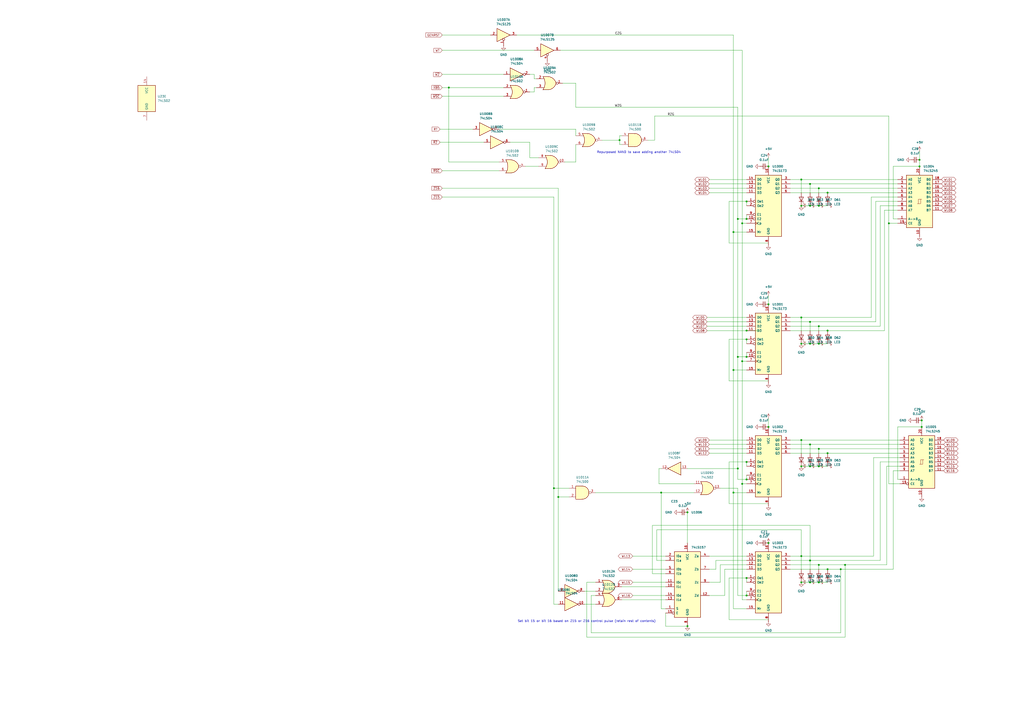
<source format=kicad_sch>
(kicad_sch (version 20231120) (generator "eeschema") (generator_version "8.0")
  (paper "A2")
  (lib_symbols
    (symbol "74xx:74HCT04"
      (property "Reference" "U" (at 0 1.27 0))
      (property "Value" "74HCT04" (at 0 -1.27 0))
      (symbol "74HCT04_1_0"
        (pin input line (at -7.62 0 0) (length 3.81) (name "~") (number "1"))
        (pin output inverted (at 7.62 0 180) (length 3.81) (name "~") (number "2"))
      )
      (symbol "74HCT04_2_0"
        (pin input line (at -7.62 0 0) (length 3.81) (name "~") (number "3"))
        (pin output inverted (at 7.62 0 180) (length 3.81) (name "~") (number "4"))
      )
      (symbol "74HCT04_3_0"
        (pin input line (at -7.62 0 0) (length 3.81) (name "~") (number "5"))
        (pin output inverted (at 7.62 0 180) (length 3.81) (name "~") (number "6"))
      )
      (symbol "74HCT04_4_0"
        (pin output inverted (at 7.62 0 180) (length 3.81) (name "~") (number "8"))
        (pin input line (at -7.62 0 0) (length 3.81) (name "~") (number "9"))
      )
      (symbol "74HCT04_5_0"
        (pin output inverted (at 7.62 0 180) (length 3.81) (name "~") (number "10"))
        (pin input line (at -7.62 0 0) (length 3.81) (name "~") (number "11"))
      )
      (symbol "74HCT04_6_0"
        (pin output inverted (at 7.62 0 180) (length 3.81) (name "~") (number "12"))
        (pin input line (at -7.62 0 0) (length 3.81) (name "~") (number "13"))
      )
      (symbol "74HCT04_7_0"
        (pin power_in line (at 0 12.7 270) (length 5.08) (name "VCC") (number "14"))
        (pin power_in line (at 0 -12.7 90) (length 5.08) (name "GND") (number "7"))
      )
    )
    (symbol "74xx:74LS00" (pin_names (offset 1.016))
      (property "Reference" "U" (at 0 1.27 0))
      (property "Value" "74LS00" (at 0 -1.27 0))
      (symbol "74LS00_1_1"
        (pin input line (at -7.62 2.54 0) (length 3.81) (name "~") (number "1"))
        (pin input line (at -7.62 -2.54 0) (length 3.81) (name "~") (number "2"))
        (pin output inverted (at 7.62 0 180) (length 3.81) (name "~") (number "3"))
      )
      (symbol "74LS00_1_2"
        (pin input inverted (at -7.62 2.54 0) (length 4.318) (name "~") (number "1"))
        (pin input inverted (at -7.62 -2.54 0) (length 4.318) (name "~") (number "2"))
        (pin output line (at 7.62 0 180) (length 3.81) (name "~") (number "3"))
      )
      (symbol "74LS00_2_1"
        (pin input line (at -7.62 2.54 0) (length 3.81) (name "~") (number "4"))
        (pin input line (at -7.62 -2.54 0) (length 3.81) (name "~") (number "5"))
        (pin output inverted (at 7.62 0 180) (length 3.81) (name "~") (number "6"))
      )
      (symbol "74LS00_2_2"
        (pin input inverted (at -7.62 2.54 0) (length 4.318) (name "~") (number "4"))
        (pin input inverted (at -7.62 -2.54 0) (length 4.318) (name "~") (number "5"))
        (pin output line (at 7.62 0 180) (length 3.81) (name "~") (number "6"))
      )
      (symbol "74LS00_3_1"
        (pin input line (at -7.62 -2.54 0) (length 3.81) (name "~") (number "10"))
        (pin output inverted (at 7.62 0 180) (length 3.81) (name "~") (number "8"))
        (pin input line (at -7.62 2.54 0) (length 3.81) (name "~") (number "9"))
      )
      (symbol "74LS00_3_2"
        (pin input inverted (at -7.62 -2.54 0) (length 4.318) (name "~") (number "10"))
        (pin output line (at 7.62 0 180) (length 3.81) (name "~") (number "8"))
        (pin input inverted (at -7.62 2.54 0) (length 4.318) (name "~") (number "9"))
      )
      (symbol "74LS00_4_1"
        (pin output inverted (at 7.62 0 180) (length 3.81) (name "~") (number "11"))
        (pin input line (at -7.62 2.54 0) (length 3.81) (name "~") (number "12"))
        (pin input line (at -7.62 -2.54 0) (length 3.81) (name "~") (number "13"))
      )
      (symbol "74LS00_4_2"
        (pin output line (at 7.62 0 180) (length 3.81) (name "~") (number "11"))
        (pin input inverted (at -7.62 2.54 0) (length 4.318) (name "~") (number "12"))
        (pin input inverted (at -7.62 -2.54 0) (length 4.318) (name "~") (number "13"))
      )
      (symbol "74LS00_5_0"
        (pin power_in line (at 0 12.7 270) (length 5.08) (name "VCC") (number "14"))
        (pin power_in line (at 0 -12.7 90) (length 5.08) (name "GND") (number "7"))
      )
    )
    (symbol "74xx:74LS02" (pin_names (offset 1.016))
      (property "Reference" "U" (at 0 1.27 0))
      (property "Value" "74LS02" (at 0 -1.27 0))
      (symbol "74LS02_1_1"
        (pin output inverted (at 7.62 0 180) (length 3.81) (name "~") (number "1"))
        (pin input line (at -7.62 2.54 0) (length 4.318) (name "~") (number "2"))
        (pin input line (at -7.62 -2.54 0) (length 4.318) (name "~") (number "3"))
      )
      (symbol "74LS02_1_2"
        (pin output line (at 7.62 0 180) (length 3.81) (name "~") (number "1"))
        (pin input inverted (at -7.62 2.54 0) (length 3.81) (name "~") (number "2"))
        (pin input inverted (at -7.62 -2.54 0) (length 3.81) (name "~") (number "3"))
      )
      (symbol "74LS02_2_1"
        (pin output inverted (at 7.62 0 180) (length 3.81) (name "~") (number "4"))
        (pin input line (at -7.62 2.54 0) (length 4.318) (name "~") (number "5"))
        (pin input line (at -7.62 -2.54 0) (length 4.318) (name "~") (number "6"))
      )
      (symbol "74LS02_2_2"
        (pin output line (at 7.62 0 180) (length 3.81) (name "~") (number "4"))
        (pin input inverted (at -7.62 2.54 0) (length 3.81) (name "~") (number "5"))
        (pin input inverted (at -7.62 -2.54 0) (length 3.81) (name "~") (number "6"))
      )
      (symbol "74LS02_3_1"
        (pin output inverted (at 7.62 0 180) (length 3.81) (name "~") (number "10"))
        (pin input line (at -7.62 2.54 0) (length 4.318) (name "~") (number "8"))
        (pin input line (at -7.62 -2.54 0) (length 4.318) (name "~") (number "9"))
      )
      (symbol "74LS02_3_2"
        (pin output line (at 7.62 0 180) (length 3.81) (name "~") (number "10"))
        (pin input inverted (at -7.62 2.54 0) (length 3.81) (name "~") (number "8"))
        (pin input inverted (at -7.62 -2.54 0) (length 3.81) (name "~") (number "9"))
      )
      (symbol "74LS02_4_1"
        (pin input line (at -7.62 2.54 0) (length 4.318) (name "~") (number "11"))
        (pin input line (at -7.62 -2.54 0) (length 4.318) (name "~") (number "12"))
        (pin output inverted (at 7.62 0 180) (length 3.81) (name "~") (number "13"))
      )
      (symbol "74LS02_4_2"
        (pin input inverted (at -7.62 2.54 0) (length 3.81) (name "~") (number "11"))
        (pin input inverted (at -7.62 -2.54 0) (length 3.81) (name "~") (number "12"))
        (pin output line (at 7.62 0 180) (length 3.81) (name "~") (number "13"))
      )
      (symbol "74LS02_5_0"
        (pin power_in line (at 0 12.7 270) (length 5.08) (name "VCC") (number "14"))
        (pin power_in line (at 0 -12.7 90) (length 5.08) (name "GND") (number "7"))
      )
    )
    (symbol "74xx:74LS125" (pin_names (offset 1.016))
      (property "Reference" "U" (at 0 1.27 0))
      (property "Value" "74LS125" (at 0 -1.27 0))
      (symbol "74LS125_1_0"
        (pin input inverted (at 0 -6.35 90) (length 4.445) (name "~") (number "1"))
        (pin input line (at -7.62 0 0) (length 3.81) (name "~") (number "2"))
        (pin tri_state line (at 7.62 0 180) (length 3.81) (name "~") (number "3"))
      )
      (symbol "74LS125_2_0"
        (pin input inverted (at 0 -6.35 90) (length 4.445) (name "~") (number "4"))
        (pin input line (at -7.62 0 0) (length 3.81) (name "~") (number "5"))
        (pin tri_state line (at 7.62 0 180) (length 3.81) (name "~") (number "6"))
      )
      (symbol "74LS125_3_0"
        (pin input inverted (at 0 -6.35 90) (length 4.445) (name "~") (number "10"))
        (pin tri_state line (at 7.62 0 180) (length 3.81) (name "~") (number "8"))
        (pin input line (at -7.62 0 0) (length 3.81) (name "~") (number "9"))
      )
      (symbol "74LS125_4_0"
        (pin tri_state line (at 7.62 0 180) (length 3.81) (name "~") (number "11"))
        (pin input line (at -7.62 0 0) (length 3.81) (name "~") (number "12"))
        (pin input inverted (at 0 -6.35 90) (length 4.445) (name "~") (number "13"))
      )
      (symbol "74LS125_5_0"
        (pin power_in line (at 0 12.7 270) (length 5.08) (name "VCC") (number "14"))
        (pin power_in line (at 0 -12.7 90) (length 5.08) (name "GND") (number "7"))
      )
    )
    (symbol "74xx:74LS157" (pin_names (offset 1.016))
      (property "Reference" "U" (at -7.62 19.05 0))
      (property "Value" "74LS157" (at -7.62 -21.59 0))
      (symbol "74LS157_1_0"
        (pin input line (at -12.7 -15.24 0) (length 5.08) (name "S") (number "1"))
        (pin input line (at -12.7 -2.54 0) (length 5.08) (name "I1c") (number "10"))
        (pin input line (at -12.7 0 0) (length 5.08) (name "I0c") (number "11"))
        (pin output line (at 12.7 -7.62 180) (length 5.08) (name "Zd") (number "12"))
        (pin input line (at -12.7 -10.16 0) (length 5.08) (name "I1d") (number "13"))
        (pin input line (at -12.7 -7.62 0) (length 5.08) (name "I0d") (number "14"))
        (pin input inverted (at -12.7 -17.78 0) (length 5.08) (name "E") (number "15"))
        (pin power_in line (at 0 22.86 270) (length 5.08) (name "VCC") (number "16"))
        (pin input line (at -12.7 15.24 0) (length 5.08) (name "I0a") (number "2"))
        (pin input line (at -12.7 12.7 0) (length 5.08) (name "I1a") (number "3"))
        (pin output line (at 12.7 15.24 180) (length 5.08) (name "Za") (number "4"))
        (pin input line (at -12.7 7.62 0) (length 5.08) (name "I0b") (number "5"))
        (pin input line (at -12.7 5.08 0) (length 5.08) (name "I1b") (number "6"))
        (pin output line (at 12.7 7.62 180) (length 5.08) (name "Zb") (number "7"))
        (pin power_in line (at 0 -25.4 90) (length 5.08) (name "GND") (number "8"))
        (pin output line (at 12.7 0 180) (length 5.08) (name "Zc") (number "9"))
      )
    )
    (symbol "74xx:74LS173" (pin_names (offset 1.016))
      (property "Reference" "U" (at -7.62 19.05 0))
      (property "Value" "74LS173" (at -7.62 -19.05 0))
      (symbol "74LS173_1_0"
        (pin input inverted (at -12.7 2.54 0) (length 5.08) (name "Oe1") (number "1"))
        (pin input inverted (at -12.7 -7.62 0) (length 5.08) (name "E2") (number "10"))
        (pin input line (at -12.7 7.62 0) (length 5.08) (name "D3") (number "11"))
        (pin input line (at -12.7 10.16 0) (length 5.08) (name "D2") (number "12"))
        (pin input line (at -12.7 12.7 0) (length 5.08) (name "D1") (number "13"))
        (pin input line (at -12.7 15.24 0) (length 5.08) (name "D0") (number "14"))
        (pin input line (at -12.7 -15.24 0) (length 5.08) (name "Mr") (number "15"))
        (pin power_in line (at 0 22.86 270) (length 5.08) (name "VCC") (number "16"))
        (pin input inverted (at -12.7 0 0) (length 5.08) (name "Oe2") (number "2"))
        (pin tri_state line (at 12.7 15.24 180) (length 5.08) (name "Q0") (number "3"))
        (pin tri_state line (at 12.7 12.7 180) (length 5.08) (name "Q1") (number "4"))
        (pin tri_state line (at 12.7 10.16 180) (length 5.08) (name "Q2") (number "5"))
        (pin tri_state line (at 12.7 7.62 180) (length 5.08) (name "Q3") (number "6"))
        (pin input clock (at -12.7 -10.16 0) (length 5.08) (name "Cp") (number "7"))
        (pin power_in line (at 0 -22.86 90) (length 5.08) (name "GND") (number "8"))
        (pin input inverted (at -12.7 -5.08 0) (length 5.08) (name "E1") (number "9"))
      )
    )
    (symbol "74xx:74LS245" (pin_names (offset 1.016))
      (property "Reference" "U" (at -7.62 16.51 0))
      (property "Value" "74LS245" (at -7.62 -16.51 0))
      (symbol "74LS245_1_0"
        (pin input line (at -12.7 -10.16 0) (length 5.08) (name "A->B") (number "1"))
        (pin power_in line (at 0 -20.32 90) (length 5.08) (name "GND") (number "10"))
        (pin tri_state line (at 12.7 -5.08 180) (length 5.08) (name "B7") (number "11"))
        (pin tri_state line (at 12.7 -2.54 180) (length 5.08) (name "B6") (number "12"))
        (pin tri_state line (at 12.7 0 180) (length 5.08) (name "B5") (number "13"))
        (pin tri_state line (at 12.7 2.54 180) (length 5.08) (name "B4") (number "14"))
        (pin tri_state line (at 12.7 5.08 180) (length 5.08) (name "B3") (number "15"))
        (pin tri_state line (at 12.7 7.62 180) (length 5.08) (name "B2") (number "16"))
        (pin tri_state line (at 12.7 10.16 180) (length 5.08) (name "B1") (number "17"))
        (pin tri_state line (at 12.7 12.7 180) (length 5.08) (name "B0") (number "18"))
        (pin input inverted (at -12.7 -12.7 0) (length 5.08) (name "CE") (number "19"))
        (pin tri_state line (at -12.7 12.7 0) (length 5.08) (name "A0") (number "2"))
        (pin power_in line (at 0 20.32 270) (length 5.08) (name "VCC") (number "20"))
        (pin tri_state line (at -12.7 10.16 0) (length 5.08) (name "A1") (number "3"))
        (pin tri_state line (at -12.7 7.62 0) (length 5.08) (name "A2") (number "4"))
        (pin tri_state line (at -12.7 5.08 0) (length 5.08) (name "A3") (number "5"))
        (pin tri_state line (at -12.7 2.54 0) (length 5.08) (name "A4") (number "6"))
        (pin tri_state line (at -12.7 0 0) (length 5.08) (name "A5") (number "7"))
        (pin tri_state line (at -12.7 -2.54 0) (length 5.08) (name "A6") (number "8"))
        (pin tri_state line (at -12.7 -5.08 0) (length 5.08) (name "A7") (number "9"))
      )
    )
    (symbol "74xx:74LS32" (pin_names (offset 1.016))
      (property "Reference" "U" (at 0 1.27 0))
      (property "Value" "74LS32" (at 0 -1.27 0))
      (symbol "74LS32_1_1"
        (pin input line (at -7.62 2.54 0) (length 4.318) (name "~") (number "1"))
        (pin input line (at -7.62 -2.54 0) (length 4.318) (name "~") (number "2"))
        (pin output line (at 7.62 0 180) (length 3.81) (name "~") (number "3"))
      )
      (symbol "74LS32_1_2"
        (pin input inverted (at -7.62 2.54 0) (length 3.81) (name "~") (number "1"))
        (pin input inverted (at -7.62 -2.54 0) (length 3.81) (name "~") (number "2"))
        (pin output inverted (at 7.62 0 180) (length 3.81) (name "~") (number "3"))
      )
      (symbol "74LS32_2_1"
        (pin input line (at -7.62 2.54 0) (length 4.318) (name "~") (number "4"))
        (pin input line (at -7.62 -2.54 0) (length 4.318) (name "~") (number "5"))
        (pin output line (at 7.62 0 180) (length 3.81) (name "~") (number "6"))
      )
      (symbol "74LS32_2_2"
        (pin input inverted (at -7.62 2.54 0) (length 3.81) (name "~") (number "4"))
        (pin input inverted (at -7.62 -2.54 0) (length 3.81) (name "~") (number "5"))
        (pin output inverted (at 7.62 0 180) (length 3.81) (name "~") (number "6"))
      )
      (symbol "74LS32_3_1"
        (pin input line (at -7.62 -2.54 0) (length 4.318) (name "~") (number "10"))
        (pin output line (at 7.62 0 180) (length 3.81) (name "~") (number "8"))
        (pin input line (at -7.62 2.54 0) (length 4.318) (name "~") (number "9"))
      )
      (symbol "74LS32_3_2"
        (pin input inverted (at -7.62 -2.54 0) (length 3.81) (name "~") (number "10"))
        (pin output inverted (at 7.62 0 180) (length 3.81) (name "~") (number "8"))
        (pin input inverted (at -7.62 2.54 0) (length 3.81) (name "~") (number "9"))
      )
      (symbol "74LS32_4_1"
        (pin output line (at 7.62 0 180) (length 3.81) (name "~") (number "11"))
        (pin input line (at -7.62 2.54 0) (length 4.318) (name "~") (number "12"))
        (pin input line (at -7.62 -2.54 0) (length 4.318) (name "~") (number "13"))
      )
      (symbol "74LS32_4_2"
        (pin output inverted (at 7.62 0 180) (length 3.81) (name "~") (number "11"))
        (pin input inverted (at -7.62 2.54 0) (length 3.81) (name "~") (number "12"))
        (pin input inverted (at -7.62 -2.54 0) (length 3.81) (name "~") (number "13"))
      )
      (symbol "74LS32_5_0"
        (pin power_in line (at 0 12.7 270) (length 5.08) (name "VCC") (number "14"))
        (pin power_in line (at 0 -12.7 90) (length 5.08) (name "GND") (number "7"))
      )
    )
    (symbol "Device:C_Small" (pin_numbers hide) (pin_names (offset 0.254) hide)
      (property "Reference" "C" (at 0.254 1.778 0))
      (property "Value" "C_Small" (at 0.254 -2.032 0))
      (symbol "C_Small_1_1"
        (pin passive line (at 0 2.54 270) (length 2.032) (name "~") (number "1"))
        (pin passive line (at 0 -2.54 90) (length 2.032) (name "~") (number "2"))
      )
    )
    (symbol "Device:LED" (pin_numbers hide) (pin_names (offset 1.016) hide)
      (property "Reference" "D" (at 0 2.54 0))
      (property "Value" "LED" (at 0 -2.54 0))
      (symbol "LED_1_1"
        (pin passive line (at -3.81 0 0) (length 2.54) (name "K") (number "1"))
        (pin passive line (at 3.81 0 180) (length 2.54) (name "A") (number "2"))
      )
    )
    (symbol "power:+5V" (power) (pin_numbers hide) (pin_names (offset 0) hide)
      (property "Value" "+5V" (at 0 3.556 0))
      (symbol "+5V_1_1"
        (pin power_in line (at 0 0 90) (length 0) (name "~") (number "1"))
      )
    )
    (symbol "power:GND" (power) (pin_numbers hide) (pin_names (offset 0) hide)
      (property "Value" "GND" (at 0 -3.81 0))
      (symbol "GND_1_1"
        (pin power_in line (at 0 0 270) (length 0) (name "~") (number "1"))
      )
    )
  )
  (junction (at 469.9 106.68))
  (junction (at 427.99 271.78))
  (junction (at 480.06 262.89))
  (junction (at 445.77 314.96))
  (junction (at 260.35 50.8))
  (junction (at 430.53 129.54))
  (junction (at 321.31 283.21))
  (junction (at 433.07 345.44))
  (junction (at 430.53 280.67))
  (junction (at 480.06 330.2))
  (junction (at 469.9 186.69))
  (junction (at 433.07 278.13))
  (junction (at 469.9 257.81))
  (junction (at 433.07 207.01))
  (junction (at 469.9 337.82))
  (junction (at 533.4 92.71))
  (junction (at 469.9 270.51))
  (junction (at 425.45 214.63))
  (junction (at 474.98 327.66))
  (junction (at 445.77 247.65))
  (junction (at 474.98 260.35))
  (junction (at 464.82 119.38))
  (junction (at 433.07 127))
  (junction (at 474.98 337.82))
  (junction (at 515.62 129.54))
  (junction (at 533.4 96.52))
  (junction (at 433.07 267.97))
  (junction (at 464.82 270.51))
  (junction (at 433.07 191.77))
  (junction (at 474.98 189.23))
  (junction (at 474.98 119.38))
  (junction (at 464.82 104.14))
  (junction (at 445.77 176.53))
  (junction (at 480.06 191.77))
  (junction (at 398.78 363.22))
  (junction (at 464.82 184.15))
  (junction (at 490.22 327.66))
  (junction (at 480.06 111.76))
  (junction (at 445.77 96.52))
  (junction (at 474.98 270.51))
  (junction (at 359.41 81.28))
  (junction (at 425.45 285.75))
  (junction (at 487.68 330.2))
  (junction (at 474.98 109.22))
  (junction (at 534.67 243.84))
  (junction (at 383.54 285.75))
  (junction (at 469.9 119.38))
  (junction (at 469.9 325.12))
  (junction (at 433.07 196.85))
  (junction (at 464.82 322.58))
  (junction (at 427.99 127))
  (junction (at 427.99 207.01))
  (junction (at 464.82 199.39))
  (junction (at 433.07 335.28))
  (junction (at 425.45 134.62))
  (junction (at 534.67 247.65))
  (junction (at 474.98 199.39))
  (junction (at 430.53 209.55))
  (junction (at 398.78 297.18))
  (junction (at 433.07 116.84))
  (junction (at 323.85 288.29))
  (junction (at 464.82 337.82))
  (junction (at 464.82 255.27))
  (junction (at 469.9 199.39))
  (wire (pts (xy 480.06 262.89) (xy 521.97 262.89)))
  (wire (pts (xy 260.35 50.8) (xy 260.35 93.98)))
  (wire (pts (xy 464.82 184.15) (xy 464.82 191.77)))
  (wire (pts (xy 480.06 330.2) (xy 487.68 330.2)))
  (wire (pts (xy 410.21 184.15) (xy 433.07 184.15)))
  (wire (pts (xy 469.9 270.51) (xy 474.98 270.51)))
  (wire (pts (xy 340.36 337.82) (xy 340.36 369.57)))
  (wire (pts (xy 518.16 273.05) (xy 518.16 330.2)))
  (wire (pts (xy 464.82 104.14) (xy 520.7 104.14)))
  (wire (pts (xy 458.47 191.77) (xy 480.06 191.77)))
  (wire (pts (xy 505.46 114.3) (xy 520.7 114.3)))
  (wire (pts (xy 256.54 43.18) (xy 292.1 43.18)))
  (wire (pts (xy 379.73 67.31) (xy 515.62 67.31)))
  (wire (pts (xy 514.35 270.51) (xy 514.35 327.66)))
  (wire (pts (xy 510.54 189.23) (xy 510.54 119.38)))
  (wire (pts (xy 445.77 171.45) (xy 445.77 176.53)))
  (wire (pts (xy 398.78 271.78) (xy 427.99 271.78)))
  (wire (pts (xy 458.47 257.81) (xy 469.9 257.81)))
  (wire (pts (xy 508 116.84) (xy 508 186.69)))
  (wire (pts (xy 422.91 220.98) (xy 422.91 196.85)))
  (wire (pts (xy 458.47 189.23) (xy 474.98 189.23)))
  (wire (pts (xy 474.98 189.23) (xy 510.54 189.23)))
  (wire (pts (xy 382.27 271.78) (xy 383.54 271.78)))
  (wire (pts (xy 427.99 345.44) (xy 433.07 345.44)))
  (wire (pts (xy 367.03 330.2) (xy 386.08 330.2)))
  (wire (pts (xy 379.73 81.28) (xy 375.92 81.28)))
  (wire (pts (xy 398.78 297.18) (xy 398.78 314.96)))
  (wire (pts (xy 427.99 278.13) (xy 433.07 278.13)))
  (wire (pts (xy 520.7 247.65) (xy 534.67 247.65)))
  (wire (pts (xy 359.41 78.74) (xy 359.41 81.28)))
  (wire (pts (xy 487.68 330.2) (xy 518.16 330.2)))
  (wire (pts (xy 510.54 267.97) (xy 510.54 325.12)))
  (wire (pts (xy 445.77 220.98) (xy 422.91 220.98)))
  (wire (pts (xy 379.73 67.31) (xy 379.73 81.28)))
  (wire (pts (xy 520.7 129.54) (xy 515.62 129.54)))
  (wire (pts (xy 510.54 119.38) (xy 520.7 119.38)))
  (wire (pts (xy 422.91 335.28) (xy 433.07 335.28)))
  (wire (pts (xy 469.9 257.81) (xy 469.9 262.89)))
  (wire (pts (xy 474.98 327.66) (xy 490.22 327.66)))
  (wire (pts (xy 464.82 322.58) (xy 464.82 330.2)))
  (wire (pts (xy 427.99 127) (xy 433.07 127)))
  (wire (pts (xy 334.01 83.82) (xy 334.01 93.98)))
  (wire (pts (xy 410.21 186.69) (xy 433.07 186.69)))
  (wire (pts (xy 433.07 353.06) (xy 425.45 353.06)))
  (wire (pts (xy 464.82 307.34) (xy 381 307.34)))
  (wire (pts (xy 307.34 82.55) (xy 307.34 91.44)))
  (wire (pts (xy 378.46 332.74) (xy 378.46 304.8)))
  (wire (pts (xy 427.99 283.21) (xy 427.99 345.44)))
  (wire (pts (xy 487.68 367.03) (xy 342.9 367.03)))
  (wire (pts (xy 474.98 119.38) (xy 480.06 119.38)))
  (wire (pts (xy 411.48 106.68) (xy 433.07 106.68)))
  (wire (pts (xy 321.31 283.21) (xy 330.2 283.21)))
  (wire (pts (xy 309.88 53.34) (xy 307.34 53.34)))
  (wire (pts (xy 256.54 114.3) (xy 321.31 114.3)))
  (wire (pts (xy 515.62 129.54) (xy 515.62 280.67)))
  (wire (pts (xy 474.98 327.66) (xy 474.98 330.2)))
  (wire (pts (xy 383.54 353.06) (xy 386.08 353.06)))
  (wire (pts (xy 411.48 330.2) (xy 415.29 330.2)))
  (wire (pts (xy 422.91 196.85) (xy 433.07 196.85)))
  (wire (pts (xy 312.42 91.44) (xy 307.34 91.44)))
  (wire (pts (xy 427.99 207.01) (xy 433.07 207.01)))
  (wire (pts (xy 474.98 260.35) (xy 474.98 262.89)))
  (wire (pts (xy 464.82 322.58) (xy 506.73 322.58)))
  (wire (pts (xy 464.82 104.14) (xy 464.82 111.76)))
  (wire (pts (xy 518.16 127) (xy 518.16 96.52)))
  (wire (pts (xy 382.27 280.67) (xy 402.59 280.67)))
  (wire (pts (xy 458.47 262.89) (xy 480.06 262.89)))
  (wire (pts (xy 345.44 285.75) (xy 383.54 285.75)))
  (wire (pts (xy 520.7 127) (xy 518.16 127)))
  (wire (pts (xy 382.27 280.67) (xy 382.27 271.78)))
  (wire (pts (xy 323.85 109.22) (xy 323.85 288.29)))
  (wire (pts (xy 411.48 260.35) (xy 433.07 260.35)))
  (wire (pts (xy 342.9 345.44) (xy 345.44 345.44)))
  (wire (pts (xy 425.45 285.75) (xy 425.45 353.06)))
  (wire (pts (xy 311.15 45.72) (xy 309.88 45.72)))
  (wire (pts (xy 520.7 116.84) (xy 508 116.84)))
  (wire (pts (xy 411.48 262.89) (xy 433.07 262.89)))
  (wire (pts (xy 490.22 327.66) (xy 490.22 369.57)))
  (wire (pts (xy 383.54 285.75) (xy 402.59 285.75)))
  (wire (pts (xy 289.56 74.93) (xy 334.01 74.93)))
  (wire (pts (xy 506.73 265.43) (xy 521.97 265.43)))
  (wire (pts (xy 510.54 267.97) (xy 521.97 267.97)))
  (wire (pts (xy 464.82 337.82) (xy 469.9 337.82)))
  (wire (pts (xy 420.37 345.44) (xy 420.37 330.2)))
  (wire (pts (xy 514.35 270.51) (xy 521.97 270.51)))
  (wire (pts (xy 255.27 74.93) (xy 274.32 74.93)))
  (wire (pts (xy 433.07 124.46) (xy 433.07 127)))
  (wire (pts (xy 464.82 199.39) (xy 469.9 199.39)))
  (wire (pts (xy 422.91 267.97) (xy 433.07 267.97)))
  (wire (pts (xy 367.03 337.82) (xy 386.08 337.82)))
  (wire (pts (xy 458.47 111.76) (xy 480.06 111.76)))
  (wire (pts (xy 422.91 140.97) (xy 422.91 116.84)))
  (wire (pts (xy 323.85 288.29) (xy 330.2 288.29)))
  (wire (pts (xy 469.9 106.68) (xy 520.7 106.68)))
  (wire (pts (xy 321.31 283.21) (xy 321.31 350.52)))
  (wire (pts (xy 359.41 83.82) (xy 360.68 83.82)))
  (wire (pts (xy 260.35 93.98) (xy 289.56 93.98)))
  (wire (pts (xy 430.53 280.67) (xy 430.53 347.98)))
  (wire (pts (xy 425.45 214.63) (xy 425.45 285.75)))
  (wire (pts (xy 256.54 55.88) (xy 292.1 55.88)))
  (wire (pts (xy 458.47 327.66) (xy 474.98 327.66)))
  (wire (pts (xy 474.98 260.35) (xy 521.97 260.35)))
  (wire (pts (xy 309.88 45.72) (xy 309.88 43.18)))
  (wire (pts (xy 515.62 129.54) (xy 515.62 67.31)))
  (wire (pts (xy 469.9 186.69) (xy 508 186.69)))
  (wire (pts (xy 304.8 96.52) (xy 312.42 96.52)))
  (wire (pts (xy 326.39 48.26) (xy 334.01 48.26)))
  (wire (pts (xy 360.68 340.36) (xy 386.08 340.36)))
  (wire (pts (xy 339.09 342.9) (xy 345.44 342.9)))
  (wire (pts (xy 474.98 189.23) (xy 474.98 191.77)))
  (wire (pts (xy 334.01 48.26) (xy 334.01 62.23)))
  (wire (pts (xy 521.97 278.13) (xy 520.7 278.13)))
  (wire (pts (xy 513.08 121.92) (xy 513.08 191.77)))
  (wire (pts (xy 534.67 243.84) (xy 534.67 247.65)))
  (wire (pts (xy 445.77 359.41) (xy 422.91 359.41)))
  (wire (pts (xy 417.83 327.66) (xy 433.07 327.66)))
  (wire (pts (xy 299.72 20.32) (xy 425.45 20.32)))
  (wire (pts (xy 464.82 184.15) (xy 505.46 184.15)))
  (wire (pts (xy 342.9 367.03) (xy 342.9 345.44)))
  (wire (pts (xy 490.22 327.66) (xy 514.35 327.66)))
  (wire (pts (xy 415.29 330.2) (xy 415.29 325.12)))
  (wire (pts (xy 427.99 271.78) (xy 427.99 278.13)))
  (wire (pts (xy 469.9 337.82) (xy 474.98 337.82)))
  (wire (pts (xy 311.15 50.8) (xy 309.88 50.8)))
  (wire (pts (xy 520.7 247.65) (xy 520.7 278.13)))
  (wire (pts (xy 458.47 109.22) (xy 474.98 109.22)))
  (wire (pts (xy 469.9 257.81) (xy 521.97 257.81)))
  (wire (pts (xy 480.06 191.77) (xy 513.08 191.77)))
  (wire (pts (xy 464.82 322.58) (xy 464.82 307.34)))
  (wire (pts (xy 520.7 121.92) (xy 513.08 121.92)))
  (wire (pts (xy 433.07 214.63) (xy 425.45 214.63)))
  (wire (pts (xy 464.82 270.51) (xy 469.9 270.51)))
  (wire (pts (xy 469.9 106.68) (xy 469.9 111.76)))
  (wire (pts (xy 430.53 209.55) (xy 430.53 280.67)))
  (wire (pts (xy 474.98 270.51) (xy 480.06 270.51)))
  (wire (pts (xy 422.91 359.41) (xy 422.91 335.28)))
  (wire (pts (xy 430.53 209.55) (xy 433.07 209.55)))
  (wire (pts (xy 533.4 87.63) (xy 533.4 92.71)))
  (wire (pts (xy 323.85 109.22) (xy 256.54 109.22)))
  (wire (pts (xy 378.46 304.8) (xy 469.9 304.8)))
  (wire (pts (xy 411.48 109.22) (xy 433.07 109.22)))
  (wire (pts (xy 474.98 337.82) (xy 480.06 337.82)))
  (wire (pts (xy 427.99 127) (xy 427.99 207.01)))
  (wire (pts (xy 515.62 280.67) (xy 521.97 280.67)))
  (wire (pts (xy 458.47 186.69) (xy 469.9 186.69)))
  (wire (pts (xy 321.31 114.3) (xy 321.31 283.21)))
  (wire (pts (xy 469.9 304.8) (xy 469.9 325.12)))
  (wire (pts (xy 256.54 29.21) (xy 309.88 29.21)))
  (wire (pts (xy 464.82 255.27) (xy 464.82 262.89)))
  (wire (pts (xy 533.4 92.71) (xy 533.4 96.52)))
  (wire (pts (xy 256.54 20.32) (xy 284.48 20.32)))
  (wire (pts (xy 445.77 242.57) (xy 445.77 247.65)))
  (wire (pts (xy 411.48 111.76) (xy 433.07 111.76)))
  (wire (pts (xy 386.08 332.74) (xy 378.46 332.74)))
  (wire (pts (xy 411.48 104.14) (xy 433.07 104.14)))
  (wire (pts (xy 433.07 342.9) (xy 433.07 345.44)))
  (wire (pts (xy 321.31 350.52) (xy 323.85 350.52)))
  (wire (pts (xy 386.08 355.6) (xy 386.08 363.22)))
  (wire (pts (xy 256.54 99.06) (xy 289.56 99.06)))
  (wire (pts (xy 458.47 330.2) (xy 480.06 330.2)))
  (wire (pts (xy 334.01 62.23) (xy 427.99 62.23)))
  (wire (pts (xy 433.07 204.47) (xy 433.07 207.01)))
  (wire (pts (xy 359.41 81.28) (xy 359.41 83.82)))
  (wire (pts (xy 464.82 119.38) (xy 469.9 119.38)))
  (wire (pts (xy 506.73 265.43) (xy 506.73 322.58)))
  (wire (pts (xy 256.54 50.8) (xy 260.35 50.8)))
  (wire (pts (xy 415.29 325.12) (xy 433.07 325.12)))
  (wire (pts (xy 386.08 363.22) (xy 398.78 363.22)))
  (wire (pts (xy 309.88 50.8) (xy 309.88 53.34)))
  (wire (pts (xy 518.16 96.52) (xy 533.4 96.52)))
  (wire (pts (xy 345.44 337.82) (xy 340.36 337.82)))
  (wire (pts (xy 425.45 134.62) (xy 425.45 214.63)))
  (wire (pts (xy 458.47 260.35) (xy 474.98 260.35)))
  (wire (pts (xy 360.68 78.74) (xy 359.41 78.74)))
  (wire (pts (xy 469.9 325.12) (xy 469.9 330.2)))
  (wire (pts (xy 445.77 140.97) (xy 422.91 140.97)))
  (wire (pts (xy 383.54 285.75) (xy 383.54 353.06)))
  (wire (pts (xy 458.47 104.14) (xy 464.82 104.14)))
  (wire (pts (xy 458.47 325.12) (xy 469.9 325.12)))
  (wire (pts (xy 381 307.34) (xy 381 325.12)))
  (wire (pts (xy 433.07 280.67) (xy 430.53 280.67)))
  (wire (pts (xy 410.21 189.23) (xy 433.07 189.23)))
  (wire (pts (xy 427.99 62.23) (xy 427.99 127)))
  (wire (pts (xy 505.46 184.15) (xy 505.46 114.3)))
  (wire (pts (xy 445.77 292.1) (xy 422.91 292.1)))
  (wire (pts (xy 469.9 119.38) (xy 474.98 119.38)))
  (wire (pts (xy 422.91 292.1) (xy 422.91 267.97)))
  (wire (pts (xy 307.34 82.55) (xy 295.91 82.55)))
  (wire (pts (xy 458.47 255.27) (xy 464.82 255.27)))
  (wire (pts (xy 411.48 257.81) (xy 433.07 257.81)))
  (wire (pts (xy 430.53 129.54) (xy 430.53 209.55)))
  (wire (pts (xy 386.08 347.98) (xy 360.68 347.98)))
  (wire (pts (xy 255.27 82.55) (xy 280.67 82.55)))
  (wire (pts (xy 411.48 322.58) (xy 433.07 322.58)))
  (wire (pts (xy 440.69 191.77) (xy 433.07 191.77)))
  (wire (pts (xy 427.99 207.01) (xy 427.99 271.78)))
  (wire (pts (xy 422.91 116.84) (xy 433.07 116.84)))
  (wire (pts (xy 417.83 283.21) (xy 427.99 283.21)))
  (wire (pts (xy 425.45 134.62) (xy 425.45 20.32)))
  (wire (pts (xy 334.01 74.93) (xy 334.01 78.74)))
  (wire (pts (xy 309.88 43.18) (xy 307.34 43.18)))
  (wire (pts (xy 433.07 285.75) (xy 425.45 285.75)))
  (wire (pts (xy 474.98 199.39) (xy 480.06 199.39)))
  (wire (pts (xy 469.9 186.69) (xy 469.9 191.77)))
  (wire (pts (xy 325.12 29.21) (xy 430.53 29.21)))
  (wire (pts (xy 339.09 350.52) (xy 345.44 350.52)))
  (wire (pts (xy 420.37 330.2) (xy 433.07 330.2)))
  (wire (pts (xy 445.77 91.44) (xy 445.77 96.52)))
  (wire (pts (xy 381 325.12) (xy 386.08 325.12)))
  (wire (pts (xy 518.16 273.05) (xy 521.97 273.05)))
  (wire (pts (xy 474.98 109.22) (xy 474.98 111.76)))
  (wire (pts (xy 411.48 255.27) (xy 433.07 255.27)))
  (wire (pts (xy 323.85 288.29) (xy 323.85 342.9)))
  (wire (pts (xy 386.08 322.58) (xy 367.03 322.58)))
  (wire (pts (xy 430.53 29.21) (xy 430.53 129.54)))
  (wire (pts (xy 433.07 267.97) (xy 433.07 270.51)))
  (wire (pts (xy 458.47 184.15) (xy 464.82 184.15)))
  (wire (pts (xy 410.21 191.77) (xy 433.07 191.77)))
  (wire (pts (xy 417.83 337.82) (xy 417.83 327.66)))
  (wire (pts (xy 433.07 116.84) (xy 433.07 119.38)))
  (wire (pts (xy 487.68 330.2) (xy 487.68 367.03)))
  (wire (pts (xy 349.25 81.28) (xy 359.41 81.28)))
  (wire (pts (xy 490.22 369.57) (xy 340.36 369.57)))
  (wire (pts (xy 474.98 109.22) (xy 520.7 109.22)))
  (wire (pts (xy 367.03 345.44) (xy 386.08 345.44)))
  (wire (pts (xy 411.48 337.82) (xy 417.83 337.82)))
  (wire (pts (xy 433.07 196.85) (xy 433.07 199.39)))
  (wire (pts (xy 433.07 134.62) (xy 425.45 134.62)))
  (wire (pts (xy 411.48 345.44) (xy 420.37 345.44)))
  (wire (pts (xy 480.06 111.76) (xy 520.7 111.76)))
  (wire (pts (xy 458.47 106.68) (xy 469.9 106.68)))
  (wire (pts (xy 260.35 50.8) (xy 292.1 50.8)))
  (wire (pts (xy 464.82 255.27) (xy 521.97 255.27)))
  (wire (pts (xy 458.47 322.58) (xy 464.82 322.58)))
  (wire (pts (xy 430.53 347.98) (xy 433.07 347.98)))
  (wire (pts (xy 469.9 325.12) (xy 510.54 325.12)))
  (wire (pts (xy 469.9 199.39) (xy 474.98 199.39)))
  (wire (pts (xy 327.66 93.98) (xy 334.01 93.98)))
  (wire (pts (xy 433.07 275.59) (xy 433.07 278.13)))
  (wire (pts (xy 430.53 129.54) (xy 433.07 129.54)))
  (wire (pts (xy 433.07 335.28) (xy 433.07 337.82)))
  (text "Repurposed NAND to save adding another 74LS04" (at 370.586 88.392 0) (effects (font (size 1.27 1.27))))
  (text "Set bit 15 or bit 16 based on Z15 or Z16 control pulse (retain rest of contents)" (at 340.36 360.426 0) (effects (font (size 1.27 1.27))))
  (label "CZG" (at 360.68 20.32 180))
  (label "WZG" (at 360.68 62.23 180))
  (label "RZG" (at 391.16 67.31 180))
  (global_label "WL04" (shape tri_state) (at 546.1 111.76 0) (property "Intersheetrefs" "${INTERSHEET_REFS}" (effects (hide yes))))
  (global_label "WL03" (shape tri_state) (at 411.48 109.22 180) (property "Intersheetrefs" "${INTERSHEET_REFS}" (effects (hide yes))))
  (global_label "WL09" (shape tri_state) (at 411.48 255.27 180) (property "Intersheetrefs" "${INTERSHEET_REFS}" (effects (hide yes))))
  (global_label "~{WSC}" (shape input) (at 256.54 55.88 180) (property "Intersheetrefs" "${INTERSHEET_REFS}" (effects (hide yes))))
  (global_label "WL07" (shape tri_state) (at 410.21 189.23 180) (property "Intersheetrefs" "${INTERSHEET_REFS}" (effects (hide yes))))
  (global_label "WL16" (shape tri_state) (at 367.03 345.44 180) (property "Intersheetrefs" "${INTERSHEET_REFS}" (effects (hide yes))))
  (global_label "WL13" (shape tri_state) (at 367.03 322.58 180) (property "Intersheetrefs" "${INTERSHEET_REFS}" (effects (hide yes))))
  (global_label "~{Z16}" (shape input) (at 256.54 109.22 180) (property "Intersheetrefs" "${INTERSHEET_REFS}" (effects (hide yes))))
  (global_label "~{RSC}" (shape input) (at 256.54 99.06 180) (property "Intersheetrefs" "${INTERSHEET_REFS}" (effects (hide yes))))
  (global_label "WL08" (shape tri_state) (at 546.1 121.92 0) (property "Intersheetrefs" "${INTERSHEET_REFS}" (effects (hide yes))))
  (global_label "~{WZ}" (shape input) (at 256.54 43.18 180) (property "Intersheetrefs" "${INTERSHEET_REFS}" (effects (hide yes))))
  (global_label "WL15" (shape tri_state) (at 367.03 337.82 180) (property "Intersheetrefs" "${INTERSHEET_REFS}" (effects (hide yes))))
  (global_label "WL01" (shape tri_state) (at 411.48 104.14 180) (property "Intersheetrefs" "${INTERSHEET_REFS}" (effects (hide yes))))
  (global_label "WL07" (shape tri_state) (at 546.1 119.38 0) (property "Intersheetrefs" "${INTERSHEET_REFS}" (effects (hide yes))))
  (global_label "WL06" (shape tri_state) (at 410.21 186.69 180) (property "Intersheetrefs" "${INTERSHEET_REFS}" (effects (hide yes))))
  (global_label "WL05" (shape tri_state) (at 410.21 184.15 180) (property "Intersheetrefs" "${INTERSHEET_REFS}" (effects (hide yes))))
  (global_label "WL13" (shape tri_state) (at 547.37 265.43 0) (property "Intersheetrefs" "${INTERSHEET_REFS}" (effects (hide yes))))
  (global_label "WL06" (shape tri_state) (at 546.1 116.84 0) (property "Intersheetrefs" "${INTERSHEET_REFS}" (effects (hide yes))))
  (global_label "WL01" (shape tri_state) (at 546.1 104.14 0) (property "Intersheetrefs" "${INTERSHEET_REFS}" (effects (hide yes))))
  (global_label "WL14" (shape tri_state) (at 547.37 267.97 0) (property "Intersheetrefs" "${INTERSHEET_REFS}" (effects (hide yes))))
  (global_label "WL05" (shape tri_state) (at 546.1 114.3 0) (property "Intersheetrefs" "${INTERSHEET_REFS}" (effects (hide yes))))
  (global_label "WL10" (shape tri_state) (at 547.37 257.81 0) (property "Intersheetrefs" "${INTERSHEET_REFS}" (effects (hide yes))))
  (global_label "WL02" (shape tri_state) (at 546.1 106.68 0) (property "Intersheetrefs" "${INTERSHEET_REFS}" (effects (hide yes))))
  (global_label "WL08" (shape tri_state) (at 410.21 191.77 180) (property "Intersheetrefs" "${INTERSHEET_REFS}" (effects (hide yes))))
  (global_label "WL11" (shape tri_state) (at 411.48 260.35 180) (property "Intersheetrefs" "${INTERSHEET_REFS}" (effects (hide yes))))
  (global_label "WT" (shape input) (at 256.54 29.21 180) (property "Intersheetrefs" "${INTERSHEET_REFS}" (effects (hide yes))))
  (global_label "WL04" (shape tri_state) (at 411.48 111.76 180) (property "Intersheetrefs" "${INTERSHEET_REFS}" (effects (hide yes))))
  (global_label "WL12" (shape tri_state) (at 411.48 262.89 180) (property "Intersheetrefs" "${INTERSHEET_REFS}" (effects (hide yes))))
  (global_label "WL16" (shape tri_state) (at 547.37 273.05 0) (property "Intersheetrefs" "${INTERSHEET_REFS}" (effects (hide yes))))
  (global_label "WL10" (shape tri_state) (at 411.48 257.81 180) (property "Intersheetrefs" "${INTERSHEET_REFS}" (effects (hide yes))))
  (global_label "GENRST" (shape input) (at 256.54 20.32 180) (property "Intersheetrefs" "${INTERSHEET_REFS}" (effects (hide yes))))
  (global_label "RT" (shape input) (at 255.27 74.93 180) (property "Intersheetrefs" "${INTERSHEET_REFS}" (effects (hide yes))))
  (global_label "WL14" (shape tri_state) (at 367.03 330.2 180) (property "Intersheetrefs" "${INTERSHEET_REFS}" (effects (hide yes))))
  (global_label "~{RZ}" (shape input) (at 255.27 82.55 180) (property "Intersheetrefs" "${INTERSHEET_REFS}" (effects (hide yes))))
  (global_label "WL09" (shape tri_state) (at 547.37 255.27 0) (property "Intersheetrefs" "${INTERSHEET_REFS}" (effects (hide yes))))
  (global_label "WL15" (shape tri_state) (at 547.37 270.51 0) (property "Intersheetrefs" "${INTERSHEET_REFS}" (effects (hide yes))))
  (global_label "WL11" (shape tri_state) (at 547.37 260.35 0) (property "Intersheetrefs" "${INTERSHEET_REFS}" (effects (hide yes))))
  (global_label "~{XB5}" (shape input) (at 256.54 50.8 180) (property "Intersheetrefs" "${INTERSHEET_REFS}" (effects (hide yes))))
  (global_label "WL02" (shape tri_state) (at 411.48 106.68 180) (property "Intersheetrefs" "${INTERSHEET_REFS}" (effects (hide yes))))
  (global_label "~{Z15}" (shape input) (at 256.54 114.3 180) (property "Intersheetrefs" "${INTERSHEET_REFS}" (effects (hide yes))))
  (global_label "WL03" (shape tri_state) (at 546.1 109.22 0) (property "Intersheetrefs" "${INTERSHEET_REFS}" (effects (hide yes))))
  (global_label "WL12" (shape tri_state) (at 547.37 262.89 0) (property "Intersheetrefs" "${INTERSHEET_REFS}" (effects (hide yes))))
  (symbol (lib_id "power:GND") (at 393.7 297.18 270) (unit 1)
    (property "Reference" "#PWR082" (effects (hide yes)))
    (property "Value" "GND" (at 389.89 297.1799 90) (effects (justify right)))
    (property "Description" "Power symbol creates a global label with name \"GND\" , ground" (effects (hide yes)))
  )
  (symbol (lib_id "Device:LED") (at 464.82 195.58 90) (unit 1)
    (property "Reference" "D50" (at 468.63 195.8974 90) (effects (justify right)))
    (property "Value" "LED" (at 468.63 198.4374 90) (effects (justify right)))
    (property "Footprint" "LED_THT:LED_D5.0mm_Horizontal_O6.35mm_Z9.0mm" (effects (hide yes)))
    (property "Description" "Light emitting diode" (effects (hide yes)))
  )
  (symbol (lib_id "Device:LED") (at 469.9 266.7 90) (unit 1)
    (property "Reference" "D55" (at 473.71 267.0174 90) (effects (justify right)))
    (property "Value" "LED" (at 473.71 269.5574 90) (effects (justify right)))
    (property "Footprint" "LED_THT:LED_D5.0mm_Horizontal_O6.35mm_Z9.0mm" (effects (hide yes)))
    (property "Description" "Light emitting diode" (effects (hide yes)))
  )
  (symbol (lib_id "Device:C_Small") (at 443.23 247.65 90) (unit 1)
    (property "Reference" "C26" (at 443.2363 241.3 90))
    (property "Value" "0.1uF" (at 443.2363 243.84 90))
    (property "Footprint" "Capacitor_THT:C_Disc_D5.0mm_W2.5mm_P5.00mm" (effects (hide yes)))
    (property "Description" "Unpolarized capacitor, small symbol" (effects (hide yes)))
  )
  (symbol (lib_id "power:GND") (at 445.77 222.25 0) (unit 1)
    (property "Reference" "#PWR092" (effects (hide yes)))
    (property "Value" "GND" (at 445.77 227.33 0))
    (property "Description" "Power symbol creates a global label with name \"GND\" , ground" (effects (hide yes)))
  )
  (symbol (lib_id "74xx:74LS125") (at 292.1 20.32 0) (unit 1)
    (property "Reference" "U1007" (at 292.1 11.43 0))
    (property "Value" "74LS125" (at 292.1 13.97 0))
    (property "Footprint" "Package_DIP:DIP-14_W7.62mm" (effects (hide yes)))
    (property "Datasheet" "http://www.ti.com/lit/gpn/sn74LS125" (effects (hide yes)))
    (property "Description" "Quad buffer 3-State outputs" (effects (hide yes)))
  )
  (symbol (lib_id "Device:LED") (at 474.98 195.58 90) (unit 1)
    (property "Reference" "D58" (at 478.79 195.8974 90) (effects (justify right)))
    (property "Value" "LED" (at 478.79 198.4374 90) (effects (justify right)))
    (property "Footprint" "LED_THT:LED_D5.0mm_Horizontal_O6.35mm_Z9.0mm" (effects (hide yes)))
    (property "Description" "Light emitting diode" (effects (hide yes)))
  )
  (symbol (lib_id "Device:C_Small") (at 443.23 314.96 90) (unit 1)
    (property "Reference" "C27" (at 443.2363 308.61 90))
    (property "Value" "0.1uF" (at 443.2363 311.15 90))
    (property "Footprint" "Capacitor_THT:C_Disc_D5.0mm_W2.5mm_P5.00mm" (effects (hide yes)))
    (property "Description" "Unpolarized capacitor, small symbol" (effects (hide yes)))
  )
  (symbol (lib_id "74xx:74LS02") (at 318.77 48.26 0) (unit 1)
    (property "Reference" "U1009" (at 318.77 39.37 0))
    (property "Value" "74LS02" (at 318.77 41.91 0))
    (property "Footprint" "Package_DIP:DIP-14_W7.62mm" (effects (hide yes)))
    (property "Datasheet" "http://www.ti.com/lit/gpn/sn74ls02" (effects (hide yes)))
    (property "Description" "quad 2-input NOR gate" (effects (hide yes)))
  )
  (symbol (lib_id "Device:LED") (at 474.98 266.7 90) (unit 1)
    (property "Reference" "D59" (at 478.79 267.0174 90) (effects (justify right)))
    (property "Value" "LED" (at 478.79 269.5574 90) (effects (justify right)))
    (property "Footprint" "LED_THT:LED_D5.0mm_Horizontal_O6.35mm_Z9.0mm" (effects (hide yes)))
    (property "Description" "Light emitting diode" (effects (hide yes)))
  )
  (symbol (lib_id "Device:C_Small") (at 443.23 176.53 90) (unit 1)
    (property "Reference" "C25" (at 443.2363 170.18 90))
    (property "Value" "0.1uF" (at 443.2363 172.72 90))
    (property "Footprint" "Capacitor_THT:C_Disc_D5.0mm_W2.5mm_P5.00mm" (effects (hide yes)))
    (property "Description" "Unpolarized capacitor, small symbol" (effects (hide yes)))
  )
  (symbol (lib_id "74xx:74HCT04") (at 281.94 74.93 0) (unit 2)
    (property "Reference" "U1008" (at 281.94 66.04 0))
    (property "Value" "74LS04" (at 281.94 68.58 0))
    (property "Footprint" "Package_DIP:DIP-14_W7.62mm" (effects (hide yes)))
    (property "Datasheet" "https://assets.nexperia.com/documents/data-sheet/74HC_HCT04.pdf" (effects (hide yes)))
    (property "Description" "Hex Inverter" (effects (hide yes)))
  )
  (symbol (lib_id "74xx:74LS32") (at 353.06 347.98 0) (unit 2)
    (property "Reference" "U1012" (at 353.06 339.09 0))
    (property "Value" "74LS32" (at 353.06 341.63 0))
    (property "Datasheet" "http://www.ti.com/lit/gpn/sn74LS32" (effects (hide yes)))
    (property "Description" "Quad 2-input OR" (effects (hide yes)))
  )
  (symbol (lib_id "74xx:74LS02") (at 320.04 93.98 0) (unit 3)
    (property "Reference" "U1009" (at 320.04 85.09 0))
    (property "Value" "74LS02" (at 320.04 87.63 0))
    (property "Footprint" "Package_DIP:DIP-14_W7.62mm" (effects (hide yes)))
    (property "Datasheet" "http://www.ti.com/lit/gpn/sn74ls02" (effects (hide yes)))
    (property "Description" "quad 2-input NOR gate" (effects (hide yes)))
  )
  (symbol (lib_id "power:GND") (at 445.77 360.68 0) (unit 1)
    (property "Reference" "#PWR096" (effects (hide yes)))
    (property "Value" "GND" (at 445.77 365.76 0))
    (property "Description" "Power symbol creates a global label with name \"GND\" , ground" (effects (hide yes)))
  )
  (symbol (lib_id "power:GND") (at 464.82 270.51 0) (unit 1)
    (property "Reference" "#PWR099" (effects (hide yes)))
    (property "Value" "GND" (at 464.82 275.59 0))
    (property "Description" "Power symbol creates a global label with name \"GND\" , ground" (effects (hide yes)))
  )
  (symbol (lib_id "power:GND") (at 534.67 288.29 0) (unit 1)
    (property "Reference" "#PWR0106" (effects (hide yes)))
    (property "Value" "GND" (at 534.67 293.37 0))
    (property "Description" "Power symbol creates a global label with name \"GND\" , ground" (effects (hide yes)))
  )
  (symbol (lib_id "power:+5V") (at 398.78 297.18 0) (unit 1)
    (property "Reference" "#PWR083" (effects (hide yes)))
    (property "Value" "+5V" (at 398.78 292.1 0))
    (property "Description" "Power symbol creates a global label with name \"+5V\"" (effects (hide yes)))
  )
  (symbol (lib_id "Device:C_Small") (at 396.24 297.18 90) (unit 1)
    (property "Reference" "C23" (at 391.1663 290.83 90))
    (property "Value" "0.1uF" (at 396.2463 293.37 90))
    (property "Footprint" "Capacitor_THT:C_Disc_D5.0mm_W2.5mm_P5.00mm" (effects (hide yes)))
    (property "Description" "Unpolarized capacitor, small symbol" (effects (hide yes)))
  )
  (symbol (lib_id "74xx:74LS02") (at 297.18 96.52 0) (unit 2)
    (property "Reference" "U1010" (at 297.18 87.63 0))
    (property "Value" "74LS02" (at 297.18 90.17 0))
    (property "Footprint" "Package_DIP:DIP-14_W7.62mm" (effects (hide yes)))
    (property "Datasheet" "http://www.ti.com/lit/gpn/sn74ls02" (effects (hide yes)))
    (property "Description" "quad 2-input NOR gate" (effects (hide yes)))
  )
  (symbol (lib_id "74xx:74HCT04") (at 391.16 271.78 180) (unit 6)
    (property "Reference" "U1008" (at 391.16 262.89 0))
    (property "Value" "74LS04" (at 391.16 265.43 0))
    (property "Footprint" "Package_DIP:DIP-14_W7.62mm" (effects (hide yes)))
    (property "Datasheet" "https://assets.nexperia.com/documents/data-sheet/74HC_HCT04.pdf" (effects (hide yes)))
    (property "Description" "Hex Inverter" (effects (hide yes)))
  )
  (symbol (lib_id "Device:LED") (at 469.9 115.57 90) (unit 1)
    (property "Reference" "D53" (at 473.71 115.8874 90) (effects (justify right)))
    (property "Value" "LED" (at 473.71 118.4274 90) (effects (justify right)))
    (property "Footprint" "LED_THT:LED_D5.0mm_Horizontal_O6.35mm_Z9.0mm" (effects (hide yes)))
    (property "Description" "Light emitting diode" (effects (hide yes)))
  )
  (symbol (lib_id "power:+5V") (at 445.77 314.96 0) (unit 1)
    (property "Reference" "#PWR095" (effects (hide yes)))
    (property "Value" "+5V" (at 444.5 309.88 0))
    (property "Description" "Power symbol creates a global label with name \"+5V\"" (effects (hide yes)))
  )
  (symbol (lib_id "Device:LED") (at 474.98 334.01 90) (unit 1)
    (property "Reference" "D60" (at 478.79 334.3274 90) (effects (justify right)))
    (property "Value" "LED" (at 478.79 336.8674 90) (effects (justify right)))
    (property "Footprint" "LED_THT:LED_D5.0mm_Horizontal_O6.35mm_Z9.0mm" (effects (hide yes)))
    (property "Description" "Light emitting diode" (effects (hide yes)))
  )
  (symbol (lib_id "power:+5V") (at 445.77 242.57 0) (unit 1)
    (property "Reference" "#PWR093" (effects (hide yes)))
    (property "Value" "+5V" (effects (hide yes)))
    (property "Description" "Power symbol creates a global label with name \"+5V\"" (effects (hide yes)))
  )
  (symbol (lib_id "power:GND") (at 445.77 142.24 0) (unit 1)
    (property "Reference" "#PWR090" (effects (hide yes)))
    (property "Value" "GND" (at 445.77 147.32 0))
    (property "Description" "Power symbol creates a global label with name \"GND\" , ground" (effects (hide yes)))
  )
  (symbol (lib_id "power:GND") (at 445.77 293.37 0) (unit 1)
    (property "Reference" "#PWR094" (effects (hide yes)))
    (property "Value" "GND" (at 445.77 298.45 0))
    (property "Description" "Power symbol creates a global label with name \"GND\" , ground" (effects (hide yes)))
  )
  (symbol (lib_id "Device:C_Small") (at 443.23 96.52 90) (unit 1)
    (property "Reference" "C24" (at 443.2363 90.17 90))
    (property "Value" "0.1uF" (at 443.2363 92.71 90))
    (property "Footprint" "Capacitor_THT:C_Disc_D5.0mm_W2.5mm_P5.00mm" (effects (hide yes)))
    (property "Description" "Unpolarized capacitor, small symbol" (effects (hide yes)))
  )
  (symbol (lib_id "74xx:74LS02") (at 299.72 53.34 0) (unit 1)
    (property "Reference" "U1010" (at 299.72 44.45 0))
    (property "Value" "74LS02" (at 299.72 46.99 0))
    (property "Footprint" "Package_DIP:DIP-14_W7.62mm" (effects (hide yes)))
    (property "Datasheet" "http://www.ti.com/lit/gpn/sn74ls02" (effects (hide yes)))
    (property "Description" "quad 2-input NOR gate" (effects (hide yes)))
  )
  (symbol (lib_id "74xx:74LS02") (at 85.09 57.15 0) (unit 5)
    (property "Reference" "U23" (at 91.44 55.8799 0) (effects (justify left)))
    (property "Value" "74LS02" (at 91.44 58.4199 0) (effects (justify left)))
    (property "Footprint" "Package_DIP:DIP-14_W7.62mm" (effects (hide yes)))
    (property "Datasheet" "http://www.ti.com/lit/gpn/sn74ls02" (effects (hide yes)))
    (property "Description" "quad 2-input NOR gate" (effects (hide yes)))
  )
  (symbol (lib_id "Device:LED") (at 469.9 334.01 90) (unit 1)
    (property "Reference" "D56" (at 473.71 334.3274 90) (effects (justify right)))
    (property "Value" "LED" (at 473.71 336.8674 90) (effects (justify right)))
    (property "Footprint" "LED_THT:LED_D5.0mm_Horizontal_O6.35mm_Z9.0mm" (effects (hide yes)))
    (property "Description" "Light emitting diode" (effects (hide yes)))
  )
  (symbol (lib_id "power:+5V") (at 533.4 87.63 0) (unit 1)
    (property "Reference" "#PWR0103" (effects (hide yes)))
    (property "Value" "+5V" (at 533.4 82.55 0))
    (property "Description" "Power symbol creates a global label with name \"+5V\"" (effects (hide yes)))
  )
  (symbol (lib_id "power:GND") (at 440.69 176.53 270) (unit 1)
    (property "Reference" "#PWR086" (effects (hide yes)))
    (property "Value" "GND" (at 436.88 176.5299 90) (effects (justify right)))
    (property "Description" "Power symbol creates a global label with name \"GND\" , ground" (effects (hide yes)))
  )
  (symbol (lib_id "74xx:74LS00") (at 337.82 285.75 0) (unit 1)
    (property "Reference" "U1011" (at 337.8117 276.86 0))
    (property "Value" "74LS00" (at 337.8117 279.4 0))
    (property "Footprint" "Package_DIP:DIP-14_W7.62mm" (effects (hide yes)))
    (property "Datasheet" "http://www.ti.com/lit/gpn/sn74ls00" (effects (hide yes)))
    (property "Description" "quad 2-input NAND gate" (effects (hide yes)))
  )
  (symbol (lib_id "power:+5V") (at 445.77 171.45 0) (unit 1)
    (property "Reference" "#PWR091" (effects (hide yes)))
    (property "Value" "+5V" (at 445.77 166.37 0))
    (property "Description" "Power symbol creates a global label with name \"+5V\"" (effects (hide yes)))
  )
  (symbol (lib_id "74xx:74LS173") (at 445.77 337.82 0) (unit 1)
    (property "Reference" "U1003" (at 447.9641 314.96 0) (effects (justify left)))
    (property "Value" "74LS173" (at 447.9641 317.5 0) (effects (justify left)))
    (property "Footprint" "Package_DIP:DIP-16_W7.62mm" (effects (hide yes)))
    (property "Datasheet" "http://www.ti.com/lit/gpn/sn74LS173" (effects (hide yes)))
    (property "Description" "4-bit D-type Register, 3 state out" (effects (hide yes)))
  )
  (symbol (lib_id "74xx:74LS125") (at 317.5 29.21 0) (unit 2)
    (property "Reference" "U1007" (at 317.5 20.32 0))
    (property "Value" "74LS125" (at 317.5 22.86 0))
    (property "Footprint" "Package_DIP:DIP-14_W7.62mm" (effects (hide yes)))
    (property "Datasheet" "http://www.ti.com/lit/gpn/sn74LS125" (effects (hide yes)))
    (property "Description" "Quad buffer 3-State outputs" (effects (hide yes)))
  )
  (symbol (lib_id "74xx:74HCT04") (at 331.47 350.52 0) (unit 5)
    (property "Reference" "U1008" (at 327.152 342.138 0))
    (property "Value" "74LS04" (at 331.47 344.17 0))
    (property "Footprint" "Package_DIP:DIP-14_W7.62mm" (effects (hide yes)))
    (property "Datasheet" "https://assets.nexperia.com/documents/data-sheet/74HC_HCT04.pdf" (effects (hide yes)))
    (property "Description" "Hex Inverter" (effects (hide yes)))
  )
  (symbol (lib_id "power:GND") (at 440.69 96.52 270) (unit 1)
    (property "Reference" "#PWR085" (effects (hide yes)))
    (property "Value" "GND" (at 436.88 96.5199 90) (effects (justify right)))
    (property "Description" "Power symbol creates a global label with name \"GND\" , ground" (effects (hide yes)))
  )
  (symbol (lib_id "Device:LED") (at 464.82 334.01 90) (unit 1)
    (property "Reference" "D52" (at 468.63 334.3274 90) (effects (justify right)))
    (property "Value" "LED" (at 468.63 336.8674 90) (effects (justify right)))
    (property "Footprint" "LED_THT:LED_D5.0mm_Horizontal_O6.35mm_Z9.0mm" (effects (hide yes)))
    (property "Description" "Light emitting diode" (effects (hide yes)))
  )
  (symbol (lib_id "power:GND") (at 464.82 119.38 0) (unit 1)
    (property "Reference" "#PWR097" (effects (hide yes)))
    (property "Value" "GND" (at 464.82 124.46 0))
    (property "Description" "Power symbol creates a global label with name \"GND\" , ground" (effects (hide yes)))
  )
  (symbol (lib_id "74xx:74HCT04") (at 299.72 43.18 0) (unit 1)
    (property "Reference" "U1008" (at 299.72 34.29 0))
    (property "Value" "74LS04" (at 299.72 36.83 0))
    (property "Footprint" "Package_DIP:DIP-14_W7.62mm" (effects (hide yes)))
    (property "Datasheet" "https://assets.nexperia.com/documents/data-sheet/74HC_HCT04.pdf" (effects (hide yes)))
    (property "Description" "Hex Inverter" (effects (hide yes)))
  )
  (symbol (lib_id "Device:LED") (at 480.06 266.7 90) (unit 1)
    (property "Reference" "D63" (at 483.87 267.0174 90) (effects (justify right)))
    (property "Value" "LED" (at 483.87 269.5574 90) (effects (justify right)))
    (property "Footprint" "LED_THT:LED_D5.0mm_Horizontal_O6.35mm_Z9.0mm" (effects (hide yes)))
    (property "Description" "Light emitting diode" (effects (hide yes)))
  )
  (symbol (lib_id "power:GND") (at 292.1 26.67 0) (unit 1)
    (property "Reference" "#PWR080" (effects (hide yes)))
    (property "Value" "GND" (at 292.1 31.75 0))
    (property "Description" "Power symbol creates a global label with name \"GND\" , ground" (effects (hide yes)))
  )
  (symbol (lib_id "power:GND") (at 440.69 247.65 270) (unit 1)
    (property "Reference" "#PWR087" (effects (hide yes)))
    (property "Value" "GND" (at 436.88 247.6499 90) (effects (justify right)))
    (property "Description" "Power symbol creates a global label with name \"GND\" , ground" (effects (hide yes)))
  )
  (symbol (lib_id "power:GND") (at 317.5 35.56 0) (unit 1)
    (property "Reference" "#PWR081" (effects (hide yes)))
    (property "Value" "GND" (at 317.5 40.64 0))
    (property "Description" "Power symbol creates a global label with name \"GND\" , ground" (effects (hide yes)))
  )
  (symbol (lib_id "74xx:74HCT04") (at 331.47 342.9 0) (unit 4)
    (property "Reference" "U1008" (at 331.47 334.01 0))
    (property "Value" "74LS04" (at 331.47 336.55 0))
    (property "Footprint" "Package_DIP:DIP-14_W7.62mm" (effects (hide yes)))
    (property "Datasheet" "https://assets.nexperia.com/documents/data-sheet/74HC_HCT04.pdf" (effects (hide yes)))
    (property "Description" "Hex Inverter" (effects (hide yes)))
  )
  (symbol (lib_id "Device:LED") (at 469.9 195.58 90) (unit 1)
    (property "Reference" "D54" (at 473.71 195.8974 90) (effects (justify right)))
    (property "Value" "LED" (at 473.71 198.4374 90) (effects (justify right)))
    (property "Footprint" "LED_THT:LED_D5.0mm_Horizontal_O6.35mm_Z9.0mm" (effects (hide yes)))
    (property "Description" "Light emitting diode" (effects (hide yes)))
  )
  (symbol (lib_id "74xx:74LS02") (at 410.21 283.21 0) (unit 4)
    (property "Reference" "U1009" (at 410.21 274.32 0))
    (property "Value" "74LS02" (at 410.21 276.86 0))
    (property "Footprint" "Package_DIP:DIP-14_W7.62mm" (effects (hide yes)))
    (property "Datasheet" "http://www.ti.com/lit/gpn/sn74ls02" (effects (hide yes)))
    (property "Description" "quad 2-input NOR gate" (effects (hide yes)))
  )
  (symbol (lib_id "power:GND") (at 464.82 337.82 0) (unit 1)
    (property "Reference" "#PWR0100" (effects (hide yes)))
    (property "Value" "GND" (at 464.82 342.9 0))
    (property "Description" "Power symbol creates a global label with name \"GND\" , ground" (effects (hide yes)))
  )
  (symbol (lib_id "74xx:74LS02") (at 341.63 81.28 0) (unit 2)
    (property "Reference" "U1009" (at 341.63 72.39 0))
    (property "Value" "74LS02" (at 341.63 74.93 0))
    (property "Footprint" "Package_DIP:DIP-14_W7.62mm" (effects (hide yes)))
    (property "Datasheet" "http://www.ti.com/lit/gpn/sn74ls02" (effects (hide yes)))
    (property "Description" "quad 2-input NOR gate" (effects (hide yes)))
  )
  (symbol (lib_id "74xx:74LS173") (at 445.77 119.38 0) (unit 1)
    (property "Reference" "U1000" (at 447.9641 96.52 0) (effects (justify left)))
    (property "Value" "74LS173" (at 447.9641 99.06 0) (effects (justify left)))
    (property "Footprint" "Package_DIP:DIP-16_W7.62mm" (effects (hide yes)))
    (property "Datasheet" "http://www.ti.com/lit/gpn/sn74LS173" (effects (hide yes)))
    (property "Description" "4-bit D-type Register, 3 state out" (effects (hide yes)))
  )
  (symbol (lib_id "power:GND") (at 440.69 314.96 270) (unit 1)
    (property "Reference" "#PWR088" (effects (hide yes)))
    (property "Value" "GND" (at 436.88 314.9599 90) (effects (justify right)))
    (property "Description" "Power symbol creates a global label with name \"GND\" , ground" (effects (hide yes)))
  )
  (symbol (lib_id "power:GND") (at 464.82 199.39 0) (unit 1)
    (property "Reference" "#PWR098" (effects (hide yes)))
    (property "Value" "GND" (at 464.82 204.47 0))
    (property "Description" "Power symbol creates a global label with name \"GND\" , ground" (effects (hide yes)))
  )
  (symbol (lib_id "Device:LED") (at 464.82 266.7 90) (unit 1)
    (property "Reference" "D51" (at 468.63 267.0174 90) (effects (justify right)))
    (property "Value" "LED" (at 468.63 269.5574 90) (effects (justify right)))
    (property "Footprint" "LED_THT:LED_D5.0mm_Horizontal_O6.35mm_Z9.0mm" (effects (hide yes)))
    (property "Description" "Light emitting diode" (effects (hide yes)))
  )
  (symbol (lib_id "Device:C_Small") (at 530.86 92.71 90) (unit 1)
    (property "Reference" "C28" (at 530.8663 86.36 90))
    (property "Value" "0.1uF" (at 530.8663 88.9 90))
    (property "Footprint" "Capacitor_THT:C_Disc_D5.0mm_W2.5mm_P5.00mm" (effects (hide yes)))
    (property "Description" "Unpolarized capacitor, small symbol" (effects (hide yes)))
  )
  (symbol (lib_id "power:GND") (at 533.4 137.16 0) (unit 1)
    (property "Reference" "#PWR0104" (effects (hide yes)))
    (property "Value" "GND" (at 533.4 142.24 0))
    (property "Description" "Power symbol creates a global label with name \"GND\" , ground" (effects (hide yes)))
  )
  (symbol (lib_id "74xx:74LS173") (at 445.77 270.51 0) (unit 1)
    (property "Reference" "U1002" (at 447.9641 247.65 0) (effects (justify left)))
    (property "Value" "74LS173" (at 447.9641 250.19 0) (effects (justify left)))
    (property "Footprint" "Package_DIP:DIP-16_W7.62mm" (effects (hide yes)))
    (property "Datasheet" "http://www.ti.com/lit/gpn/sn74LS173" (effects (hide yes)))
    (property "Description" "4-bit D-type Register, 3 state out" (effects (hide yes)))
  )
  (symbol (lib_id "Device:LED") (at 480.06 195.58 90) (unit 1)
    (property "Reference" "D62" (at 483.87 195.8974 90) (effects (justify right)))
    (property "Value" "LED" (at 483.87 198.4374 90) (effects (justify right)))
    (property "Footprint" "LED_THT:LED_D5.0mm_Horizontal_O6.35mm_Z9.0mm" (effects (hide yes)))
    (property "Description" "Light emitting diode" (effects (hide yes)))
  )
  (symbol (lib_id "power:GND") (at 529.59 243.84 270) (unit 1)
    (property "Reference" "#PWR0102" (effects (hide yes)))
    (property "Value" "GND" (at 525.78 243.8399 90) (effects (justify right)))
    (property "Description" "Power symbol creates a global label with name \"GND\" , ground" (effects (hide yes)))
  )
  (symbol (lib_id "74xx:74LS245") (at 534.67 267.97 0) (unit 1)
    (property "Reference" "U1005" (at 536.8641 247.65 0) (effects (justify left)))
    (property "Value" "74LS245" (at 536.8641 250.19 0) (effects (justify left)))
    (property "Footprint" "Package_DIP:DIP-20_W7.62mm" (effects (hide yes)))
    (property "Datasheet" "http://www.ti.com/lit/gpn/sn74LS245" (effects (hide yes)))
    (property "Description" "Octal BUS Transceivers, 3-State outputs" (effects (hide yes)))
  )
  (symbol (lib_id "power:+5V") (at 534.67 243.84 0) (unit 1)
    (property "Reference" "#PWR0105" (effects (hide yes)))
    (property "Value" "+5V" (at 534.67 238.76 0))
    (property "Description" "Power symbol creates a global label with name \"+5V\"" (effects (hide yes)))
  )
  (symbol (lib_id "74xx:74LS00") (at 368.3 81.28 0) (unit 2)
    (property "Reference" "U1011" (at 368.2917 72.39 0))
    (property "Value" "74LS00" (at 368.2917 74.93 0))
    (property "Footprint" "Package_DIP:DIP-14_W7.62mm" (effects (hide yes)))
    (property "Datasheet" "http://www.ti.com/lit/gpn/sn74ls00" (effects (hide yes)))
    (property "Description" "quad 2-input NAND gate" (effects (hide yes)))
  )
  (symbol (lib_id "Device:LED") (at 474.98 115.57 90) (unit 1)
    (property "Reference" "D57" (at 478.79 115.8874 90) (effects (justify right)))
    (property "Value" "LED" (at 478.79 118.4274 90) (effects (justify right)))
    (property "Footprint" "LED_THT:LED_D5.0mm_Horizontal_O6.35mm_Z9.0mm" (effects (hide yes)))
    (property "Description" "Light emitting diode" (effects (hide yes)))
  )
  (symbol (lib_id "power:GND") (at 398.78 363.22 0) (unit 1)
    (property "Reference" "#PWR084" (effects (hide yes)))
    (property "Value" "GND" (at 398.78 368.3 0))
    (property "Description" "Power symbol creates a global label with name \"GND\" , ground" (effects (hide yes)))
  )
  (symbol (lib_id "Device:LED") (at 480.06 115.57 90) (unit 1)
    (property "Reference" "D61" (at 483.87 115.8874 90) (effects (justify right)))
    (property "Value" "LED" (at 483.87 118.4274 90) (effects (justify right)))
    (property "Footprint" "LED_THT:LED_D5.0mm_Horizontal_O6.35mm_Z9.0mm" (effects (hide yes)))
    (property "Description" "Light emitting diode" (effects (hide yes)))
  )
  (symbol (lib_id "Device:C_Small") (at 532.13 243.84 90) (unit 1)
    (property "Reference" "C29" (at 532.1363 237.49 90))
    (property "Value" "0.1uF" (at 532.1363 240.03 90))
    (property "Footprint" "Capacitor_THT:C_Disc_D5.0mm_W2.5mm_P5.00mm" (effects (hide yes)))
    (property "Description" "Unpolarized capacitor, small symbol" (effects (hide yes)))
  )
  (symbol (lib_id "Device:LED") (at 480.06 334.01 90) (unit 1)
    (property "Reference" "D64" (at 483.87 334.3274 90) (effects (justify right)))
    (property "Value" "LED" (at 483.87 336.8674 90) (effects (justify right)))
    (property "Footprint" "LED_THT:LED_D5.0mm_Horizontal_O6.35mm_Z9.0mm" (effects (hide yes)))
    (property "Description" "Light emitting diode" (effects (hide yes)))
  )
  (symbol (lib_id "74xx:74LS32") (at 353.06 340.36 0) (unit 1)
    (property "Reference" "U1012" (at 353.06 331.47 0))
    (property "Value" "74LS32" (at 353.06 334.01 0))
    (property "Datasheet" "http://www.ti.com/lit/gpn/sn74LS32" (effects (hide yes)))
    (property "Description" "Quad 2-input OR" (effects (hide yes)))
  )
  (symbol (lib_id "Device:LED") (at 464.82 115.57 90) (unit 1)
    (property "Reference" "D49" (at 468.63 115.8874 90) (effects (justify right)))
    (property "Value" "LED" (at 468.63 118.4274 90) (effects (justify right)))
    (property "Footprint" "LED_THT:LED_D5.0mm_Horizontal_O6.35mm_Z9.0mm" (effects (hide yes)))
    (property "Description" "Light emitting diode" (effects (hide yes)))
  )
  (symbol (lib_id "74xx:74LS173") (at 445.77 199.39 0) (unit 1)
    (property "Reference" "U1001" (at 447.9641 176.53 0) (effects (justify left)))
    (property "Value" "74LS173" (at 447.9641 179.07 0) (effects (justify left)))
    (property "Footprint" "Package_DIP:DIP-16_W7.62mm" (effects (hide yes)))
    (property "Datasheet" "http://www.ti.com/lit/gpn/sn74LS173" (effects (hide yes)))
    (property "Description" "4-bit D-type Register, 3 state out" (effects (hide yes)))
  )
  (symbol (lib_id "power:+5V") (at 445.77 91.44 0) (unit 1)
    (property "Reference" "#PWR089" (effects (hide yes)))
    (property "Value" "+5V" (at 445.77 86.36 0))
    (property "Description" "Power symbol creates a global label with name \"+5V\"" (effects (hide yes)))
  )
  (symbol (lib_id "74xx:74LS245") (at 533.4 116.84 0) (unit 1)
    (property "Reference" "U1004" (at 535.5941 96.52 0) (effects (justify left)))
    (property "Value" "74LS245" (at 535.5941 99.06 0) (effects (justify left)))
    (property "Footprint" "Package_DIP:DIP-20_W7.62mm" (effects (hide yes)))
    (property "Datasheet" "http://www.ti.com/lit/gpn/sn74LS245" (effects (hide yes)))
    (property "Description" "Octal BUS Transceivers, 3-State outputs" (effects (hide yes)))
  )
  (symbol (lib_id "74xx:74LS157") (at 398.78 337.82 0) (unit 1)
    (property "Reference" "U1006" (at 400.9741 297.18 0) (effects (justify left)))
    (property "Value" "74LS157" (at 400.9741 317.5 0) (effects (justify left)))
    (property "Footprint" "Package_DIP:DIP-16_W7.62mm" (effects (hide yes)))
    (property "Datasheet" "http://www.ti.com/lit/gpn/sn74LS157" (effects (hide yes)))
    (property "Description" "Quad 2 to 1 line Multiplexer" (effects (hide yes)))
  )
  (symbol (lib_id "74xx:74HCT04") (at 288.29 82.55 0) (unit 3)
    (property "Reference" "U1008" (at 288.29 73.66 0))
    (property "Value" "74LS04" (at 288.29 76.2 0))
    (property "Footprint" "Package_DIP:DIP-14_W7.62mm" (effects (hide yes)))
    (property "Datasheet" "https://assets.nexperia.com/documents/data-sheet/74HC_HCT04.pdf" (effects (hide yes)))
    (property "Description" "Hex Inverter" (effects (hide yes)))
  )
  (symbol (lib_id "power:GND") (at 528.32 92.71 270) (unit 1)
    (property "Reference" "#PWR0101" (effects (hide yes)))
    (property "Value" "GND" (at 524.51 92.7099 90) (effects (justify right)))
    (property "Description" "Power symbol creates a global label with name \"GND\" , ground" (effects (hide yes)))
  )
)
</source>
